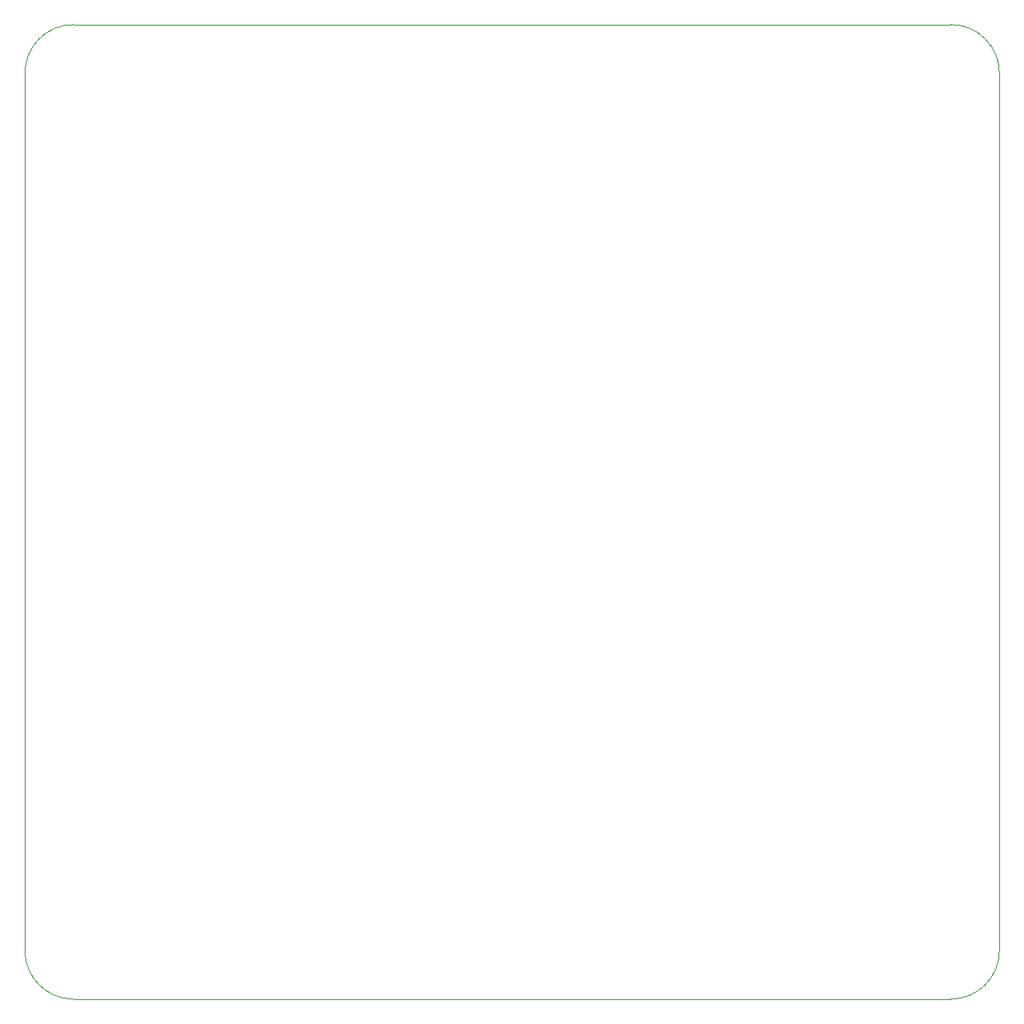
<source format=gbr>
%TF.GenerationSoftware,KiCad,Pcbnew,6.0.4-6f826c9f35~116~ubuntu20.04.1*%
%TF.CreationDate,2022-04-05T11:11:21+02:00*%
%TF.ProjectId,canbrd,63616e62-7264-42e6-9b69-6361645f7063,1.1*%
%TF.SameCoordinates,Original*%
%TF.FileFunction,Profile,NP*%
%FSLAX46Y46*%
G04 Gerber Fmt 4.6, Leading zero omitted, Abs format (unit mm)*
G04 Created by KiCad (PCBNEW 6.0.4-6f826c9f35~116~ubuntu20.04.1) date 2022-04-05 11:11:21*
%MOMM*%
%LPD*%
G01*
G04 APERTURE LIST*
%TA.AperFunction,Profile*%
%ADD10C,0.100000*%
%TD*%
G04 APERTURE END LIST*
D10*
X100000048Y-144992152D02*
G75*
G03*
X105000000Y-149992152I4999952J-48D01*
G01*
X105000000Y-49992150D02*
G75*
G03*
X100000000Y-54992152I0J-5000000D01*
G01*
X195000000Y-149992200D02*
G75*
G03*
X200000000Y-144992152I0J5000000D01*
G01*
X200000048Y-54992152D02*
G75*
G03*
X195000000Y-49992152I-5000048J-48D01*
G01*
X200000000Y-144992152D02*
X200000000Y-54992152D01*
X100000000Y-54992152D02*
X100000000Y-144992152D01*
X105000000Y-149992152D02*
X195000000Y-149992152D01*
X195000000Y-49992152D02*
X105000000Y-49992152D01*
M02*

</source>
